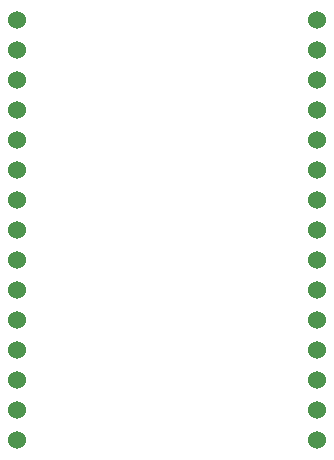
<source format=gbr>
%TF.GenerationSoftware,KiCad,Pcbnew,7.0.8-7.0.8~ubuntu22.04.1*%
%TF.CreationDate,2023-12-23T17:01:05+01:00*%
%TF.ProjectId,Smart_Light,536d6172-745f-44c6-9967-68742e6b6963,rev?*%
%TF.SameCoordinates,Original*%
%TF.FileFunction,Soldermask,Bot*%
%TF.FilePolarity,Negative*%
%FSLAX46Y46*%
G04 Gerber Fmt 4.6, Leading zero omitted, Abs format (unit mm)*
G04 Created by KiCad (PCBNEW 7.0.8-7.0.8~ubuntu22.04.1) date 2023-12-23 17:01:05*
%MOMM*%
%LPD*%
G01*
G04 APERTURE LIST*
%ADD10C,1.524000*%
G04 APERTURE END LIST*
D10*
%TO.C,U1*%
X151645000Y-75900000D03*
X151645000Y-78440000D03*
X151645000Y-80980000D03*
X151645000Y-83520000D03*
X151645000Y-86060000D03*
X151645000Y-88600000D03*
X151645000Y-91140000D03*
X151645000Y-93680000D03*
X151645000Y-96220000D03*
X151645000Y-98760000D03*
X151645000Y-101300000D03*
X151645000Y-103840000D03*
X151645000Y-106380000D03*
X151645000Y-108920000D03*
X151645000Y-111460000D03*
X126245000Y-75900000D03*
X126245000Y-78440000D03*
X126245000Y-80980000D03*
X126245000Y-83520000D03*
X126245000Y-86060000D03*
X126245000Y-88600000D03*
X126245000Y-91140000D03*
X126245000Y-93680000D03*
X126245000Y-96220000D03*
X126245000Y-98760000D03*
X126245000Y-101300000D03*
X126245000Y-103840000D03*
X126245000Y-106380000D03*
X126245000Y-108920000D03*
X126245000Y-111460000D03*
%TD*%
M02*

</source>
